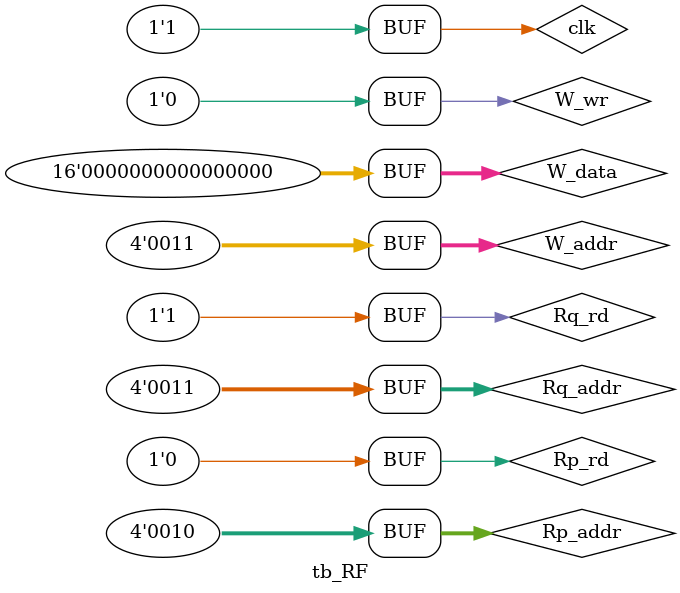
<source format=sv>

module tb_RF();
    logic [15:0] W_data;
    logic [3:0] W_addr;
    logic W_wr;
    logic [3:0] Rp_addr;
    logic Rp_rd;
    logic [3:0] Rq_addr;
    logic Rq_rd;
    logic clk;
    logic [15:0] Rp_data;
    logic [15:0] Rq_data;
    
    RegFile sim(
        clk,
        W_wr, Rp_rd, Rq_rd,
        W_addr, Rp_addr, Rq_addr,
        W_data,
        Rp_data, Rq_data );
    
  // generate clock to sequence tests
  always
    begin
      clk <= 0; # 5; clk <= 1; # 5;
    end

    initial begin
        W_data = 7; W_addr = 0; W_wr = 1; #10;
        W_data = 45; W_addr = 1; W_wr = 1; #10;
        W_data = 10; W_addr = 2; W_wr = 1; #10;
        W_data = 0; W_addr = 3; W_wr = 1; #10;
        W_wr = 0;
        Rp_addr = 0; Rp_rd = 1; #10;
        Rp_addr = 2; Rp_rd = 1; #10;
        Rp_rd = 0;
        Rq_addr = 1; Rq_rd = 1; #10;
        Rq_addr = 3; Rq_rd = 1; #10;
    end

endmodule

</source>
